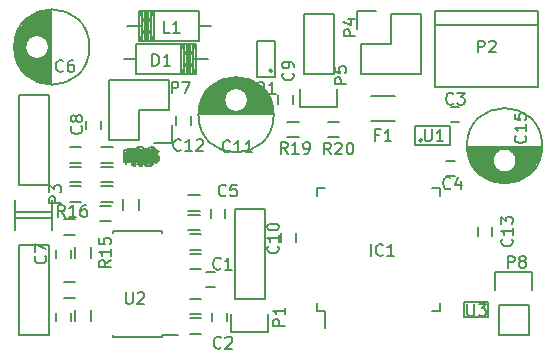
<source format=gbr>
G04 #@! TF.FileFunction,Legend,Top*
%FSLAX46Y46*%
G04 Gerber Fmt 4.6, Leading zero omitted, Abs format (unit mm)*
G04 Created by KiCad (PCBNEW (2015-08-05 BZR 6055, Git fa29c62)-product) date 24/12/2015 2:00:31 PM*
%MOMM*%
G01*
G04 APERTURE LIST*
%ADD10C,0.100000*%
%ADD11C,0.150000*%
G04 APERTURE END LIST*
D10*
D11*
X90836000Y-155991000D02*
X91536000Y-155991000D01*
X91536000Y-157191000D02*
X90836000Y-157191000D01*
X91348000Y-160116000D02*
X91348000Y-159416000D01*
X92548000Y-159416000D02*
X92548000Y-160116000D01*
X111537000Y-142021000D02*
X112237000Y-142021000D01*
X112237000Y-143221000D02*
X111537000Y-143221000D01*
X111856000Y-147793000D02*
X111156000Y-147793000D01*
X111156000Y-146593000D02*
X111856000Y-146593000D01*
X91221000Y-151353000D02*
X91221000Y-150653000D01*
X92421000Y-150653000D02*
X92421000Y-151353000D01*
X77669000Y-140055000D02*
X77669000Y-133757000D01*
X77529000Y-140049000D02*
X77529000Y-133763000D01*
X77389000Y-140036000D02*
X77389000Y-137352000D01*
X77389000Y-136460000D02*
X77389000Y-133776000D01*
X77249000Y-140017000D02*
X77249000Y-137562000D01*
X77249000Y-136250000D02*
X77249000Y-133795000D01*
X77109000Y-139991000D02*
X77109000Y-137695000D01*
X77109000Y-136117000D02*
X77109000Y-133821000D01*
X76969000Y-139959000D02*
X76969000Y-137786000D01*
X76969000Y-136026000D02*
X76969000Y-133853000D01*
X76829000Y-139920000D02*
X76829000Y-137848000D01*
X76829000Y-135964000D02*
X76829000Y-133892000D01*
X76689000Y-139874000D02*
X76689000Y-137887000D01*
X76689000Y-135925000D02*
X76689000Y-133938000D01*
X76549000Y-139821000D02*
X76549000Y-137904000D01*
X76549000Y-135908000D02*
X76549000Y-133991000D01*
X76409000Y-139759000D02*
X76409000Y-137902000D01*
X76409000Y-135910000D02*
X76409000Y-134053000D01*
X76269000Y-139689000D02*
X76269000Y-137880000D01*
X76269000Y-135932000D02*
X76269000Y-134123000D01*
X76129000Y-139610000D02*
X76129000Y-137837000D01*
X76129000Y-135975000D02*
X76129000Y-134202000D01*
X75989000Y-139522000D02*
X75989000Y-137769000D01*
X75989000Y-136043000D02*
X75989000Y-134290000D01*
X75849000Y-139422000D02*
X75849000Y-137670000D01*
X75849000Y-136142000D02*
X75849000Y-134390000D01*
X75709000Y-139310000D02*
X75709000Y-137525000D01*
X75709000Y-136287000D02*
X75709000Y-134502000D01*
X75569000Y-139185000D02*
X75569000Y-137286000D01*
X75569000Y-136526000D02*
X75569000Y-134627000D01*
X75429000Y-139042000D02*
X75429000Y-134770000D01*
X75289000Y-138880000D02*
X75289000Y-134932000D01*
X75149000Y-138692000D02*
X75149000Y-135120000D01*
X75009000Y-138469000D02*
X75009000Y-135343000D01*
X74869000Y-138193000D02*
X74869000Y-135619000D01*
X74729000Y-137818000D02*
X74729000Y-135994000D01*
X77494000Y-136906000D02*
G75*
G03X77494000Y-136906000I-1000000J0D01*
G01*
X80931500Y-136906000D02*
G75*
G03X80931500Y-136906000I-3187500J0D01*
G01*
X78140000Y-154782000D02*
X78140000Y-154082000D01*
X79340000Y-154082000D02*
X79340000Y-154782000D01*
X81880000Y-143160000D02*
X81880000Y-143860000D01*
X80680000Y-143860000D02*
X80680000Y-143160000D01*
X98136000Y-141001000D02*
X98136000Y-141701000D01*
X96936000Y-141701000D02*
X96936000Y-141001000D01*
X97190000Y-153385000D02*
X97190000Y-152685000D01*
X98390000Y-152685000D02*
X98390000Y-153385000D01*
X90196000Y-142566000D02*
X96494000Y-142566000D01*
X90202000Y-142426000D02*
X96488000Y-142426000D01*
X90215000Y-142286000D02*
X92899000Y-142286000D01*
X93791000Y-142286000D02*
X96475000Y-142286000D01*
X90234000Y-142146000D02*
X92689000Y-142146000D01*
X94001000Y-142146000D02*
X96456000Y-142146000D01*
X90260000Y-142006000D02*
X92556000Y-142006000D01*
X94134000Y-142006000D02*
X96430000Y-142006000D01*
X90292000Y-141866000D02*
X92465000Y-141866000D01*
X94225000Y-141866000D02*
X96398000Y-141866000D01*
X90331000Y-141726000D02*
X92403000Y-141726000D01*
X94287000Y-141726000D02*
X96359000Y-141726000D01*
X90377000Y-141586000D02*
X92364000Y-141586000D01*
X94326000Y-141586000D02*
X96313000Y-141586000D01*
X90430000Y-141446000D02*
X92347000Y-141446000D01*
X94343000Y-141446000D02*
X96260000Y-141446000D01*
X90492000Y-141306000D02*
X92349000Y-141306000D01*
X94341000Y-141306000D02*
X96198000Y-141306000D01*
X90562000Y-141166000D02*
X92371000Y-141166000D01*
X94319000Y-141166000D02*
X96128000Y-141166000D01*
X90641000Y-141026000D02*
X92414000Y-141026000D01*
X94276000Y-141026000D02*
X96049000Y-141026000D01*
X90729000Y-140886000D02*
X92482000Y-140886000D01*
X94208000Y-140886000D02*
X95961000Y-140886000D01*
X90829000Y-140746000D02*
X92581000Y-140746000D01*
X94109000Y-140746000D02*
X95861000Y-140746000D01*
X90941000Y-140606000D02*
X92726000Y-140606000D01*
X93964000Y-140606000D02*
X95749000Y-140606000D01*
X91066000Y-140466000D02*
X92965000Y-140466000D01*
X93725000Y-140466000D02*
X95624000Y-140466000D01*
X91209000Y-140326000D02*
X95481000Y-140326000D01*
X91371000Y-140186000D02*
X95319000Y-140186000D01*
X91559000Y-140046000D02*
X95131000Y-140046000D01*
X91782000Y-139906000D02*
X94908000Y-139906000D01*
X92058000Y-139766000D02*
X94632000Y-139766000D01*
X92433000Y-139626000D02*
X94257000Y-139626000D01*
X94345000Y-141391000D02*
G75*
G03X94345000Y-141391000I-1000000J0D01*
G01*
X96532500Y-142641000D02*
G75*
G03X96532500Y-142641000I-3187500J0D01*
G01*
X88300000Y-143479000D02*
X88300000Y-142779000D01*
X89500000Y-142779000D02*
X89500000Y-143479000D01*
X115027000Y-152177000D02*
X115027000Y-152877000D01*
X113827000Y-152877000D02*
X113827000Y-152177000D01*
X78140000Y-160116000D02*
X78140000Y-159416000D01*
X79340000Y-159416000D02*
X79340000Y-160116000D01*
X119227000Y-145343000D02*
X112929000Y-145343000D01*
X119221000Y-145483000D02*
X112935000Y-145483000D01*
X119208000Y-145623000D02*
X116524000Y-145623000D01*
X115632000Y-145623000D02*
X112948000Y-145623000D01*
X119189000Y-145763000D02*
X116734000Y-145763000D01*
X115422000Y-145763000D02*
X112967000Y-145763000D01*
X119163000Y-145903000D02*
X116867000Y-145903000D01*
X115289000Y-145903000D02*
X112993000Y-145903000D01*
X119131000Y-146043000D02*
X116958000Y-146043000D01*
X115198000Y-146043000D02*
X113025000Y-146043000D01*
X119092000Y-146183000D02*
X117020000Y-146183000D01*
X115136000Y-146183000D02*
X113064000Y-146183000D01*
X119046000Y-146323000D02*
X117059000Y-146323000D01*
X115097000Y-146323000D02*
X113110000Y-146323000D01*
X118993000Y-146463000D02*
X117076000Y-146463000D01*
X115080000Y-146463000D02*
X113163000Y-146463000D01*
X118931000Y-146603000D02*
X117074000Y-146603000D01*
X115082000Y-146603000D02*
X113225000Y-146603000D01*
X118861000Y-146743000D02*
X117052000Y-146743000D01*
X115104000Y-146743000D02*
X113295000Y-146743000D01*
X118782000Y-146883000D02*
X117009000Y-146883000D01*
X115147000Y-146883000D02*
X113374000Y-146883000D01*
X118694000Y-147023000D02*
X116941000Y-147023000D01*
X115215000Y-147023000D02*
X113462000Y-147023000D01*
X118594000Y-147163000D02*
X116842000Y-147163000D01*
X115314000Y-147163000D02*
X113562000Y-147163000D01*
X118482000Y-147303000D02*
X116697000Y-147303000D01*
X115459000Y-147303000D02*
X113674000Y-147303000D01*
X118357000Y-147443000D02*
X116458000Y-147443000D01*
X115698000Y-147443000D02*
X113799000Y-147443000D01*
X118214000Y-147583000D02*
X113942000Y-147583000D01*
X118052000Y-147723000D02*
X114104000Y-147723000D01*
X117864000Y-147863000D02*
X114292000Y-147863000D01*
X117641000Y-148003000D02*
X114515000Y-148003000D01*
X117365000Y-148143000D02*
X114791000Y-148143000D01*
X116990000Y-148283000D02*
X115166000Y-148283000D01*
X117078000Y-146518000D02*
G75*
G03X117078000Y-146518000I-1000000J0D01*
G01*
X119265500Y-145268000D02*
G75*
G03X119265500Y-145268000I-3187500J0D01*
G01*
X90170000Y-135125460D02*
X91186000Y-135125460D01*
X85344000Y-135125460D02*
X84074000Y-135125460D01*
X85598000Y-133855460D02*
X85598000Y-136395460D01*
X85852000Y-133855460D02*
X85852000Y-136395460D01*
X86106000Y-133855460D02*
X86106000Y-136395460D01*
X85344000Y-133855460D02*
X85344000Y-136395460D01*
X86360000Y-133855460D02*
X85090000Y-136395460D01*
X85090000Y-133855460D02*
X86360000Y-136395460D01*
X86360000Y-133855460D02*
X86360000Y-136395460D01*
X85725000Y-133855460D02*
X85725000Y-136395460D01*
X85090000Y-136395460D02*
X85090000Y-133855460D01*
X85090000Y-133855460D02*
X90170000Y-133855460D01*
X90170000Y-133855460D02*
X90170000Y-136395460D01*
X90170000Y-136395460D02*
X85090000Y-136395460D01*
X104791000Y-143138000D02*
X106791000Y-143138000D01*
X106791000Y-141088000D02*
X104791000Y-141088000D01*
X100235000Y-159226000D02*
X100905000Y-159226000D01*
X100235000Y-148876000D02*
X100905000Y-148876000D01*
X110585000Y-148876000D02*
X109915000Y-148876000D01*
X110585000Y-159226000D02*
X109915000Y-159226000D01*
X100235000Y-159226000D02*
X100235000Y-158556000D01*
X110585000Y-159226000D02*
X110585000Y-158556000D01*
X110585000Y-148876000D02*
X110585000Y-149546000D01*
X100235000Y-148876000D02*
X100235000Y-149546000D01*
X100905000Y-159226000D02*
X100905000Y-160701000D01*
X84836000Y-137924540D02*
X83820000Y-137924540D01*
X89662000Y-137924540D02*
X90932000Y-137924540D01*
X89408000Y-139194540D02*
X89408000Y-136654540D01*
X89154000Y-139194540D02*
X89154000Y-136654540D01*
X88900000Y-139194540D02*
X88900000Y-136654540D01*
X89662000Y-139194540D02*
X89662000Y-136654540D01*
X88646000Y-139194540D02*
X89916000Y-136654540D01*
X89916000Y-139194540D02*
X88646000Y-136654540D01*
X88646000Y-139194540D02*
X88646000Y-136654540D01*
X89281000Y-139194540D02*
X89281000Y-136654540D01*
X89916000Y-136654540D02*
X89916000Y-139194540D01*
X89916000Y-139194540D02*
X84836000Y-139194540D01*
X84836000Y-139194540D02*
X84836000Y-136654540D01*
X84836000Y-136654540D02*
X89916000Y-136654540D01*
X95758000Y-158242000D02*
X95758000Y-150622000D01*
X93218000Y-158242000D02*
X93218000Y-150622000D01*
X92938000Y-161062000D02*
X92938000Y-159512000D01*
X95758000Y-150622000D02*
X93218000Y-150622000D01*
X93218000Y-158242000D02*
X95758000Y-158242000D01*
X96038000Y-159512000D02*
X96038000Y-161062000D01*
X96038000Y-161062000D02*
X92938000Y-161062000D01*
X118904900Y-133850540D02*
X110204900Y-133850540D01*
X118904900Y-140255540D02*
X110204900Y-140255540D01*
X110204900Y-140255540D02*
X110204900Y-133850540D01*
X110204900Y-135080540D02*
X118904900Y-135080540D01*
X118904900Y-133850540D02*
X118904900Y-140255540D01*
X77470000Y-148590000D02*
X77470000Y-140970000D01*
X74930000Y-148590000D02*
X74930000Y-140970000D01*
X74650000Y-151410000D02*
X74650000Y-149860000D01*
X77470000Y-140970000D02*
X74930000Y-140970000D01*
X74930000Y-148590000D02*
X77470000Y-148590000D01*
X77750000Y-149860000D02*
X77750000Y-151410000D01*
X77750000Y-151410000D02*
X74650000Y-151410000D01*
X103606000Y-135382000D02*
X103606000Y-133832000D01*
X105156000Y-133832000D02*
X103606000Y-133832000D01*
X103886000Y-136652000D02*
X106426000Y-136652000D01*
X106426000Y-136652000D02*
X106426000Y-134112000D01*
X106426000Y-134112000D02*
X108966000Y-134112000D01*
X108966000Y-134112000D02*
X108966000Y-139192000D01*
X108966000Y-139192000D02*
X103886000Y-139192000D01*
X103886000Y-139192000D02*
X103886000Y-136652000D01*
X101600000Y-139192000D02*
X101600000Y-134112000D01*
X101600000Y-134112000D02*
X99060000Y-134112000D01*
X99060000Y-134112000D02*
X99060000Y-139192000D01*
X98780000Y-142012000D02*
X98780000Y-140462000D01*
X99060000Y-139192000D02*
X101600000Y-139192000D01*
X101880000Y-140462000D02*
X101880000Y-142012000D01*
X101880000Y-142012000D02*
X98780000Y-142012000D01*
X74930000Y-153670000D02*
X74930000Y-161290000D01*
X77470000Y-153670000D02*
X77470000Y-161290000D01*
X77750000Y-150850000D02*
X77750000Y-152400000D01*
X74930000Y-161290000D02*
X77470000Y-161290000D01*
X77470000Y-153670000D02*
X74930000Y-153670000D01*
X74650000Y-152400000D02*
X74650000Y-150850000D01*
X74650000Y-150850000D02*
X77750000Y-150850000D01*
X87910000Y-143510000D02*
X87910000Y-145060000D01*
X86360000Y-145060000D02*
X87910000Y-145060000D01*
X87630000Y-142240000D02*
X85090000Y-142240000D01*
X85090000Y-142240000D02*
X85090000Y-144780000D01*
X85090000Y-144780000D02*
X82550000Y-144780000D01*
X82550000Y-144780000D02*
X82550000Y-139700000D01*
X82550000Y-139700000D02*
X87630000Y-139700000D01*
X87630000Y-139700000D02*
X87630000Y-142240000D01*
X118110000Y-158750000D02*
X118110000Y-161290000D01*
X118390000Y-155930000D02*
X118390000Y-157480000D01*
X118110000Y-158750000D02*
X115570000Y-158750000D01*
X115290000Y-157480000D02*
X115290000Y-155930000D01*
X115290000Y-155930000D02*
X118390000Y-155930000D01*
X115570000Y-158750000D02*
X115570000Y-161290000D01*
X115570000Y-161290000D02*
X118110000Y-161290000D01*
X96426421Y-138922000D02*
G75*
G03X96426421Y-138922000I-141421J0D01*
G01*
X96685000Y-136422000D02*
X95085000Y-136422000D01*
X95085000Y-136422000D02*
X95085000Y-139422000D01*
X95085000Y-139422000D02*
X96685000Y-139422000D01*
X96685000Y-139422000D02*
X96685000Y-136422000D01*
X90416000Y-155742000D02*
X89416000Y-155742000D01*
X89416000Y-154392000D02*
X90416000Y-154392000D01*
X90416000Y-161203000D02*
X89416000Y-161203000D01*
X89416000Y-159853000D02*
X90416000Y-159853000D01*
X90416000Y-154091000D02*
X89416000Y-154091000D01*
X89416000Y-152741000D02*
X90416000Y-152741000D01*
X89416000Y-158202000D02*
X90416000Y-158202000D01*
X90416000Y-159552000D02*
X89416000Y-159552000D01*
X89289000Y-151090000D02*
X90289000Y-151090000D01*
X90289000Y-152440000D02*
X89289000Y-152440000D01*
X89289000Y-149439000D02*
X90289000Y-149439000D01*
X90289000Y-150789000D02*
X89289000Y-150789000D01*
X79256000Y-145375000D02*
X80256000Y-145375000D01*
X80256000Y-146725000D02*
X79256000Y-146725000D01*
X79256000Y-147026000D02*
X80256000Y-147026000D01*
X80256000Y-148376000D02*
X79256000Y-148376000D01*
X79256000Y-148677000D02*
X80256000Y-148677000D01*
X80256000Y-150027000D02*
X79256000Y-150027000D01*
X81796000Y-150328000D02*
X82796000Y-150328000D01*
X82796000Y-151678000D02*
X81796000Y-151678000D01*
X81923000Y-145375000D02*
X82923000Y-145375000D01*
X82923000Y-146725000D02*
X81923000Y-146725000D01*
X81923000Y-147026000D02*
X82923000Y-147026000D01*
X82923000Y-148376000D02*
X81923000Y-148376000D01*
X81923000Y-148677000D02*
X82923000Y-148677000D01*
X82923000Y-150027000D02*
X81923000Y-150027000D01*
X83780000Y-150741000D02*
X83780000Y-149741000D01*
X85130000Y-149741000D02*
X85130000Y-150741000D01*
X79716000Y-154805000D02*
X79716000Y-153805000D01*
X81066000Y-153805000D02*
X81066000Y-154805000D01*
X79748000Y-152821000D02*
X78748000Y-152821000D01*
X78748000Y-151471000D02*
X79748000Y-151471000D01*
X79716000Y-160139000D02*
X79716000Y-159139000D01*
X81066000Y-159139000D02*
X81066000Y-160139000D01*
X79748000Y-158155000D02*
X78748000Y-158155000D01*
X78748000Y-156805000D02*
X79748000Y-156805000D01*
X98671000Y-144566000D02*
X97671000Y-144566000D01*
X97671000Y-143216000D02*
X98671000Y-143216000D01*
X102100000Y-144566000D02*
X101100000Y-144566000D01*
X101100000Y-143216000D02*
X102100000Y-143216000D01*
X109123421Y-144799000D02*
G75*
G03X109123421Y-144799000I-141421J0D01*
G01*
X111482000Y-145199000D02*
X111482000Y-143599000D01*
X111482000Y-143599000D02*
X108482000Y-143599000D01*
X108482000Y-143599000D02*
X108482000Y-145199000D01*
X108482000Y-145199000D02*
X111482000Y-145199000D01*
X87038000Y-161422000D02*
X87038000Y-161307000D01*
X82888000Y-161422000D02*
X82888000Y-161307000D01*
X82888000Y-152522000D02*
X82888000Y-152637000D01*
X87038000Y-152522000D02*
X87038000Y-152637000D01*
X87038000Y-161422000D02*
X82888000Y-161422000D01*
X87038000Y-152522000D02*
X82888000Y-152522000D01*
X87038000Y-161307000D02*
X88413000Y-161307000D01*
X114681000Y-158496000D02*
X112649000Y-158496000D01*
X112649000Y-158496000D02*
X112649000Y-159766000D01*
X112649000Y-159766000D02*
X114681000Y-159766000D01*
X114681000Y-159766000D02*
X114681000Y-158496000D01*
X92035334Y-155652743D02*
X91987715Y-155700362D01*
X91844858Y-155747981D01*
X91749620Y-155747981D01*
X91606762Y-155700362D01*
X91511524Y-155605124D01*
X91463905Y-155509886D01*
X91416286Y-155319410D01*
X91416286Y-155176552D01*
X91463905Y-154986076D01*
X91511524Y-154890838D01*
X91606762Y-154795600D01*
X91749620Y-154747981D01*
X91844858Y-154747981D01*
X91987715Y-154795600D01*
X92035334Y-154843219D01*
X92987715Y-155747981D02*
X92416286Y-155747981D01*
X92702000Y-155747981D02*
X92702000Y-154747981D01*
X92606762Y-154890838D01*
X92511524Y-154986076D01*
X92416286Y-155033695D01*
X92065814Y-162343103D02*
X92018195Y-162390722D01*
X91875338Y-162438341D01*
X91780100Y-162438341D01*
X91637242Y-162390722D01*
X91542004Y-162295484D01*
X91494385Y-162200246D01*
X91446766Y-162009770D01*
X91446766Y-161866912D01*
X91494385Y-161676436D01*
X91542004Y-161581198D01*
X91637242Y-161485960D01*
X91780100Y-161438341D01*
X91875338Y-161438341D01*
X92018195Y-161485960D01*
X92065814Y-161533579D01*
X92446766Y-161533579D02*
X92494385Y-161485960D01*
X92589623Y-161438341D01*
X92827719Y-161438341D01*
X92922957Y-161485960D01*
X92970576Y-161533579D01*
X93018195Y-161628817D01*
X93018195Y-161724055D01*
X92970576Y-161866912D01*
X92399147Y-162438341D01*
X93018195Y-162438341D01*
X111745734Y-141682743D02*
X111698115Y-141730362D01*
X111555258Y-141777981D01*
X111460020Y-141777981D01*
X111317162Y-141730362D01*
X111221924Y-141635124D01*
X111174305Y-141539886D01*
X111126686Y-141349410D01*
X111126686Y-141206552D01*
X111174305Y-141016076D01*
X111221924Y-140920838D01*
X111317162Y-140825600D01*
X111460020Y-140777981D01*
X111555258Y-140777981D01*
X111698115Y-140825600D01*
X111745734Y-140873219D01*
X112079067Y-140777981D02*
X112698115Y-140777981D01*
X112364781Y-141158933D01*
X112507639Y-141158933D01*
X112602877Y-141206552D01*
X112650496Y-141254171D01*
X112698115Y-141349410D01*
X112698115Y-141587505D01*
X112650496Y-141682743D01*
X112602877Y-141730362D01*
X112507639Y-141777981D01*
X112221924Y-141777981D01*
X112126686Y-141730362D01*
X112079067Y-141682743D01*
X111491734Y-148845543D02*
X111444115Y-148893162D01*
X111301258Y-148940781D01*
X111206020Y-148940781D01*
X111063162Y-148893162D01*
X110967924Y-148797924D01*
X110920305Y-148702686D01*
X110872686Y-148512210D01*
X110872686Y-148369352D01*
X110920305Y-148178876D01*
X110967924Y-148083638D01*
X111063162Y-147988400D01*
X111206020Y-147940781D01*
X111301258Y-147940781D01*
X111444115Y-147988400D01*
X111491734Y-148036019D01*
X112348877Y-148274114D02*
X112348877Y-148940781D01*
X112110781Y-147893162D02*
X111872686Y-148607448D01*
X112491734Y-148607448D01*
X92492534Y-149455143D02*
X92444915Y-149502762D01*
X92302058Y-149550381D01*
X92206820Y-149550381D01*
X92063962Y-149502762D01*
X91968724Y-149407524D01*
X91921105Y-149312286D01*
X91873486Y-149121810D01*
X91873486Y-148978952D01*
X91921105Y-148788476D01*
X91968724Y-148693238D01*
X92063962Y-148598000D01*
X92206820Y-148550381D01*
X92302058Y-148550381D01*
X92444915Y-148598000D01*
X92492534Y-148645619D01*
X93397296Y-148550381D02*
X92921105Y-148550381D01*
X92873486Y-149026571D01*
X92921105Y-148978952D01*
X93016343Y-148931333D01*
X93254439Y-148931333D01*
X93349677Y-148978952D01*
X93397296Y-149026571D01*
X93444915Y-149121810D01*
X93444915Y-149359905D01*
X93397296Y-149455143D01*
X93349677Y-149502762D01*
X93254439Y-149550381D01*
X93016343Y-149550381D01*
X92921105Y-149502762D01*
X92873486Y-149455143D01*
X78700334Y-138914143D02*
X78652715Y-138961762D01*
X78509858Y-139009381D01*
X78414620Y-139009381D01*
X78271762Y-138961762D01*
X78176524Y-138866524D01*
X78128905Y-138771286D01*
X78081286Y-138580810D01*
X78081286Y-138437952D01*
X78128905Y-138247476D01*
X78176524Y-138152238D01*
X78271762Y-138057000D01*
X78414620Y-138009381D01*
X78509858Y-138009381D01*
X78652715Y-138057000D01*
X78700334Y-138104619D01*
X79557477Y-138009381D02*
X79367000Y-138009381D01*
X79271762Y-138057000D01*
X79224143Y-138104619D01*
X79128905Y-138247476D01*
X79081286Y-138437952D01*
X79081286Y-138818905D01*
X79128905Y-138914143D01*
X79176524Y-138961762D01*
X79271762Y-139009381D01*
X79462239Y-139009381D01*
X79557477Y-138961762D01*
X79605096Y-138914143D01*
X79652715Y-138818905D01*
X79652715Y-138580810D01*
X79605096Y-138485571D01*
X79557477Y-138437952D01*
X79462239Y-138390333D01*
X79271762Y-138390333D01*
X79176524Y-138437952D01*
X79128905Y-138485571D01*
X79081286Y-138580810D01*
X77197143Y-154598666D02*
X77244762Y-154646285D01*
X77292381Y-154789142D01*
X77292381Y-154884380D01*
X77244762Y-155027238D01*
X77149524Y-155122476D01*
X77054286Y-155170095D01*
X76863810Y-155217714D01*
X76720952Y-155217714D01*
X76530476Y-155170095D01*
X76435238Y-155122476D01*
X76340000Y-155027238D01*
X76292381Y-154884380D01*
X76292381Y-154789142D01*
X76340000Y-154646285D01*
X76387619Y-154598666D01*
X76292381Y-154265333D02*
X76292381Y-153598666D01*
X77292381Y-154027238D01*
X80240143Y-143625866D02*
X80287762Y-143673485D01*
X80335381Y-143816342D01*
X80335381Y-143911580D01*
X80287762Y-144054438D01*
X80192524Y-144149676D01*
X80097286Y-144197295D01*
X79906810Y-144244914D01*
X79763952Y-144244914D01*
X79573476Y-144197295D01*
X79478238Y-144149676D01*
X79383000Y-144054438D01*
X79335381Y-143911580D01*
X79335381Y-143816342D01*
X79383000Y-143673485D01*
X79430619Y-143625866D01*
X79763952Y-143054438D02*
X79716333Y-143149676D01*
X79668714Y-143197295D01*
X79573476Y-143244914D01*
X79525857Y-143244914D01*
X79430619Y-143197295D01*
X79383000Y-143149676D01*
X79335381Y-143054438D01*
X79335381Y-142863961D01*
X79383000Y-142768723D01*
X79430619Y-142721104D01*
X79525857Y-142673485D01*
X79573476Y-142673485D01*
X79668714Y-142721104D01*
X79716333Y-142768723D01*
X79763952Y-142863961D01*
X79763952Y-143054438D01*
X79811571Y-143149676D01*
X79859190Y-143197295D01*
X79954429Y-143244914D01*
X80144905Y-143244914D01*
X80240143Y-143197295D01*
X80287762Y-143149676D01*
X80335381Y-143054438D01*
X80335381Y-142863961D01*
X80287762Y-142768723D01*
X80240143Y-142721104D01*
X80144905Y-142673485D01*
X79954429Y-142673485D01*
X79859190Y-142721104D01*
X79811571Y-142768723D01*
X79763952Y-142863961D01*
X98147143Y-139104666D02*
X98194762Y-139152285D01*
X98242381Y-139295142D01*
X98242381Y-139390380D01*
X98194762Y-139533238D01*
X98099524Y-139628476D01*
X98004286Y-139676095D01*
X97813810Y-139723714D01*
X97670952Y-139723714D01*
X97480476Y-139676095D01*
X97385238Y-139628476D01*
X97290000Y-139533238D01*
X97242381Y-139390380D01*
X97242381Y-139295142D01*
X97290000Y-139152285D01*
X97337619Y-139104666D01*
X98242381Y-138628476D02*
X98242381Y-138438000D01*
X98194762Y-138342761D01*
X98147143Y-138295142D01*
X98004286Y-138199904D01*
X97813810Y-138152285D01*
X97432857Y-138152285D01*
X97337619Y-138199904D01*
X97290000Y-138247523D01*
X97242381Y-138342761D01*
X97242381Y-138533238D01*
X97290000Y-138628476D01*
X97337619Y-138676095D01*
X97432857Y-138723714D01*
X97670952Y-138723714D01*
X97766190Y-138676095D01*
X97813810Y-138628476D01*
X97861429Y-138533238D01*
X97861429Y-138342761D01*
X97813810Y-138247523D01*
X97766190Y-138199904D01*
X97670952Y-138152285D01*
X96877143Y-153754057D02*
X96924762Y-153801676D01*
X96972381Y-153944533D01*
X96972381Y-154039771D01*
X96924762Y-154182629D01*
X96829524Y-154277867D01*
X96734286Y-154325486D01*
X96543810Y-154373105D01*
X96400952Y-154373105D01*
X96210476Y-154325486D01*
X96115238Y-154277867D01*
X96020000Y-154182629D01*
X95972381Y-154039771D01*
X95972381Y-153944533D01*
X96020000Y-153801676D01*
X96067619Y-153754057D01*
X96972381Y-152801676D02*
X96972381Y-153373105D01*
X96972381Y-153087391D02*
X95972381Y-153087391D01*
X96115238Y-153182629D01*
X96210476Y-153277867D01*
X96258095Y-153373105D01*
X95972381Y-152182629D02*
X95972381Y-152087390D01*
X96020000Y-151992152D01*
X96067619Y-151944533D01*
X96162857Y-151896914D01*
X96353333Y-151849295D01*
X96591429Y-151849295D01*
X96781905Y-151896914D01*
X96877143Y-151944533D01*
X96924762Y-151992152D01*
X96972381Y-152087390D01*
X96972381Y-152182629D01*
X96924762Y-152277867D01*
X96877143Y-152325486D01*
X96781905Y-152373105D01*
X96591429Y-152420724D01*
X96353333Y-152420724D01*
X96162857Y-152373105D01*
X96067619Y-152325486D01*
X96020000Y-152277867D01*
X95972381Y-152182629D01*
X92829143Y-145721343D02*
X92781524Y-145768962D01*
X92638667Y-145816581D01*
X92543429Y-145816581D01*
X92400571Y-145768962D01*
X92305333Y-145673724D01*
X92257714Y-145578486D01*
X92210095Y-145388010D01*
X92210095Y-145245152D01*
X92257714Y-145054676D01*
X92305333Y-144959438D01*
X92400571Y-144864200D01*
X92543429Y-144816581D01*
X92638667Y-144816581D01*
X92781524Y-144864200D01*
X92829143Y-144911819D01*
X93781524Y-145816581D02*
X93210095Y-145816581D01*
X93495809Y-145816581D02*
X93495809Y-144816581D01*
X93400571Y-144959438D01*
X93305333Y-145054676D01*
X93210095Y-145102295D01*
X94733905Y-145816581D02*
X94162476Y-145816581D01*
X94448190Y-145816581D02*
X94448190Y-144816581D01*
X94352952Y-144959438D01*
X94257714Y-145054676D01*
X94162476Y-145102295D01*
X88663543Y-145594343D02*
X88615924Y-145641962D01*
X88473067Y-145689581D01*
X88377829Y-145689581D01*
X88234971Y-145641962D01*
X88139733Y-145546724D01*
X88092114Y-145451486D01*
X88044495Y-145261010D01*
X88044495Y-145118152D01*
X88092114Y-144927676D01*
X88139733Y-144832438D01*
X88234971Y-144737200D01*
X88377829Y-144689581D01*
X88473067Y-144689581D01*
X88615924Y-144737200D01*
X88663543Y-144784819D01*
X89615924Y-145689581D02*
X89044495Y-145689581D01*
X89330209Y-145689581D02*
X89330209Y-144689581D01*
X89234971Y-144832438D01*
X89139733Y-144927676D01*
X89044495Y-144975295D01*
X89996876Y-144784819D02*
X90044495Y-144737200D01*
X90139733Y-144689581D01*
X90377829Y-144689581D01*
X90473067Y-144737200D01*
X90520686Y-144784819D01*
X90568305Y-144880057D01*
X90568305Y-144975295D01*
X90520686Y-145118152D01*
X89949257Y-145689581D01*
X90568305Y-145689581D01*
X116684143Y-153169857D02*
X116731762Y-153217476D01*
X116779381Y-153360333D01*
X116779381Y-153455571D01*
X116731762Y-153598429D01*
X116636524Y-153693667D01*
X116541286Y-153741286D01*
X116350810Y-153788905D01*
X116207952Y-153788905D01*
X116017476Y-153741286D01*
X115922238Y-153693667D01*
X115827000Y-153598429D01*
X115779381Y-153455571D01*
X115779381Y-153360333D01*
X115827000Y-153217476D01*
X115874619Y-153169857D01*
X116779381Y-152217476D02*
X116779381Y-152788905D01*
X116779381Y-152503191D02*
X115779381Y-152503191D01*
X115922238Y-152598429D01*
X116017476Y-152693667D01*
X116065095Y-152788905D01*
X115779381Y-151884143D02*
X115779381Y-151265095D01*
X116160333Y-151598429D01*
X116160333Y-151455571D01*
X116207952Y-151360333D01*
X116255571Y-151312714D01*
X116350810Y-151265095D01*
X116588905Y-151265095D01*
X116684143Y-151312714D01*
X116731762Y-151360333D01*
X116779381Y-151455571D01*
X116779381Y-151741286D01*
X116731762Y-151836524D01*
X116684143Y-151884143D01*
X84828143Y-146508743D02*
X84780524Y-146556362D01*
X84637667Y-146603981D01*
X84542429Y-146603981D01*
X84399571Y-146556362D01*
X84304333Y-146461124D01*
X84256714Y-146365886D01*
X84209095Y-146175410D01*
X84209095Y-146032552D01*
X84256714Y-145842076D01*
X84304333Y-145746838D01*
X84399571Y-145651600D01*
X84542429Y-145603981D01*
X84637667Y-145603981D01*
X84780524Y-145651600D01*
X84828143Y-145699219D01*
X85780524Y-146603981D02*
X85209095Y-146603981D01*
X85494809Y-146603981D02*
X85494809Y-145603981D01*
X85399571Y-145746838D01*
X85304333Y-145842076D01*
X85209095Y-145889695D01*
X86637667Y-145937314D02*
X86637667Y-146603981D01*
X86399571Y-145556362D02*
X86161476Y-146270648D01*
X86780524Y-146270648D01*
X117832143Y-144406857D02*
X117879762Y-144454476D01*
X117927381Y-144597333D01*
X117927381Y-144692571D01*
X117879762Y-144835429D01*
X117784524Y-144930667D01*
X117689286Y-144978286D01*
X117498810Y-145025905D01*
X117355952Y-145025905D01*
X117165476Y-144978286D01*
X117070238Y-144930667D01*
X116975000Y-144835429D01*
X116927381Y-144692571D01*
X116927381Y-144597333D01*
X116975000Y-144454476D01*
X117022619Y-144406857D01*
X117927381Y-143454476D02*
X117927381Y-144025905D01*
X117927381Y-143740191D02*
X116927381Y-143740191D01*
X117070238Y-143835429D01*
X117165476Y-143930667D01*
X117213095Y-144025905D01*
X116927381Y-142549714D02*
X116927381Y-143025905D01*
X117403571Y-143073524D01*
X117355952Y-143025905D01*
X117308333Y-142930667D01*
X117308333Y-142692571D01*
X117355952Y-142597333D01*
X117403571Y-142549714D01*
X117498810Y-142502095D01*
X117736905Y-142502095D01*
X117832143Y-142549714D01*
X117879762Y-142597333D01*
X117927381Y-142692571D01*
X117927381Y-142930667D01*
X117879762Y-143025905D01*
X117832143Y-143073524D01*
X86256905Y-138501381D02*
X86256905Y-137501381D01*
X86495000Y-137501381D01*
X86637858Y-137549000D01*
X86733096Y-137644238D01*
X86780715Y-137739476D01*
X86828334Y-137929952D01*
X86828334Y-138072810D01*
X86780715Y-138263286D01*
X86733096Y-138358524D01*
X86637858Y-138453762D01*
X86495000Y-138501381D01*
X86256905Y-138501381D01*
X87780715Y-138501381D02*
X87209286Y-138501381D01*
X87495000Y-138501381D02*
X87495000Y-137501381D01*
X87399762Y-137644238D01*
X87304524Y-137739476D01*
X87209286Y-137787095D01*
X105457667Y-144341571D02*
X105124333Y-144341571D01*
X105124333Y-144865381D02*
X105124333Y-143865381D01*
X105600524Y-143865381D01*
X106505286Y-144865381D02*
X105933857Y-144865381D01*
X106219571Y-144865381D02*
X106219571Y-143865381D01*
X106124333Y-144008238D01*
X106029095Y-144103476D01*
X105933857Y-144151095D01*
X104738610Y-154579581D02*
X104738610Y-153579581D01*
X105786229Y-154484343D02*
X105738610Y-154531962D01*
X105595753Y-154579581D01*
X105500515Y-154579581D01*
X105357657Y-154531962D01*
X105262419Y-154436724D01*
X105214800Y-154341486D01*
X105167181Y-154151010D01*
X105167181Y-154008152D01*
X105214800Y-153817676D01*
X105262419Y-153722438D01*
X105357657Y-153627200D01*
X105500515Y-153579581D01*
X105595753Y-153579581D01*
X105738610Y-153627200D01*
X105786229Y-153674819D01*
X106738610Y-154579581D02*
X106167181Y-154579581D01*
X106452895Y-154579581D02*
X106452895Y-153579581D01*
X106357657Y-153722438D01*
X106262419Y-153817676D01*
X106167181Y-153865295D01*
X87717334Y-135707381D02*
X87241143Y-135707381D01*
X87241143Y-134707381D01*
X88574477Y-135707381D02*
X88003048Y-135707381D01*
X88288762Y-135707381D02*
X88288762Y-134707381D01*
X88193524Y-134850238D01*
X88098286Y-134945476D01*
X88003048Y-134993095D01*
X97480381Y-160504095D02*
X96480381Y-160504095D01*
X96480381Y-160123142D01*
X96528000Y-160027904D01*
X96575619Y-159980285D01*
X96670857Y-159932666D01*
X96813714Y-159932666D01*
X96908952Y-159980285D01*
X96956571Y-160027904D01*
X97004190Y-160123142D01*
X97004190Y-160504095D01*
X97480381Y-158980285D02*
X97480381Y-159551714D01*
X97480381Y-159266000D02*
X96480381Y-159266000D01*
X96623238Y-159361238D01*
X96718476Y-159456476D01*
X96766095Y-159551714D01*
X113815905Y-137358381D02*
X113815905Y-136358381D01*
X114196858Y-136358381D01*
X114292096Y-136406000D01*
X114339715Y-136453619D01*
X114387334Y-136548857D01*
X114387334Y-136691714D01*
X114339715Y-136786952D01*
X114292096Y-136834571D01*
X114196858Y-136882190D01*
X113815905Y-136882190D01*
X114768286Y-136453619D02*
X114815905Y-136406000D01*
X114911143Y-136358381D01*
X115149239Y-136358381D01*
X115244477Y-136406000D01*
X115292096Y-136453619D01*
X115339715Y-136548857D01*
X115339715Y-136644095D01*
X115292096Y-136786952D01*
X114720667Y-137358381D01*
X115339715Y-137358381D01*
X78531981Y-150115495D02*
X77531981Y-150115495D01*
X77531981Y-149734542D01*
X77579600Y-149639304D01*
X77627219Y-149591685D01*
X77722457Y-149544066D01*
X77865314Y-149544066D01*
X77960552Y-149591685D01*
X78008171Y-149639304D01*
X78055790Y-149734542D01*
X78055790Y-150115495D01*
X77531981Y-149210733D02*
X77531981Y-148591685D01*
X77912933Y-148925019D01*
X77912933Y-148782161D01*
X77960552Y-148686923D01*
X78008171Y-148639304D01*
X78103410Y-148591685D01*
X78341505Y-148591685D01*
X78436743Y-148639304D01*
X78484362Y-148686923D01*
X78531981Y-148782161D01*
X78531981Y-149067876D01*
X78484362Y-149163114D01*
X78436743Y-149210733D01*
X103449381Y-135993095D02*
X102449381Y-135993095D01*
X102449381Y-135612142D01*
X102497000Y-135516904D01*
X102544619Y-135469285D01*
X102639857Y-135421666D01*
X102782714Y-135421666D01*
X102877952Y-135469285D01*
X102925571Y-135516904D01*
X102973190Y-135612142D01*
X102973190Y-135993095D01*
X102782714Y-134564523D02*
X103449381Y-134564523D01*
X102401762Y-134802619D02*
X103116048Y-135040714D01*
X103116048Y-134421666D01*
X102687381Y-140057095D02*
X101687381Y-140057095D01*
X101687381Y-139676142D01*
X101735000Y-139580904D01*
X101782619Y-139533285D01*
X101877857Y-139485666D01*
X102020714Y-139485666D01*
X102115952Y-139533285D01*
X102163571Y-139580904D01*
X102211190Y-139676142D01*
X102211190Y-140057095D01*
X101687381Y-138580904D02*
X101687381Y-139057095D01*
X102163571Y-139104714D01*
X102115952Y-139057095D01*
X102068333Y-138961857D01*
X102068333Y-138723761D01*
X102115952Y-138628523D01*
X102163571Y-138580904D01*
X102258810Y-138533285D01*
X102496905Y-138533285D01*
X102592143Y-138580904D01*
X102639762Y-138628523D01*
X102687381Y-138723761D01*
X102687381Y-138961857D01*
X102639762Y-139057095D01*
X102592143Y-139104714D01*
X84529705Y-146680181D02*
X84529705Y-145680181D01*
X84910658Y-145680181D01*
X85005896Y-145727800D01*
X85053515Y-145775419D01*
X85101134Y-145870657D01*
X85101134Y-146013514D01*
X85053515Y-146108752D01*
X85005896Y-146156371D01*
X84910658Y-146203990D01*
X84529705Y-146203990D01*
X85958277Y-145680181D02*
X85767800Y-145680181D01*
X85672562Y-145727800D01*
X85624943Y-145775419D01*
X85529705Y-145918276D01*
X85482086Y-146108752D01*
X85482086Y-146489705D01*
X85529705Y-146584943D01*
X85577324Y-146632562D01*
X85672562Y-146680181D01*
X85863039Y-146680181D01*
X85958277Y-146632562D01*
X86005896Y-146584943D01*
X86053515Y-146489705D01*
X86053515Y-146251610D01*
X86005896Y-146156371D01*
X85958277Y-146108752D01*
X85863039Y-146061133D01*
X85672562Y-146061133D01*
X85577324Y-146108752D01*
X85529705Y-146156371D01*
X85482086Y-146251610D01*
X87882505Y-140838181D02*
X87882505Y-139838181D01*
X88263458Y-139838181D01*
X88358696Y-139885800D01*
X88406315Y-139933419D01*
X88453934Y-140028657D01*
X88453934Y-140171514D01*
X88406315Y-140266752D01*
X88358696Y-140314371D01*
X88263458Y-140361990D01*
X87882505Y-140361990D01*
X88787267Y-139838181D02*
X89453934Y-139838181D01*
X89025362Y-140838181D01*
X116355905Y-155595581D02*
X116355905Y-154595581D01*
X116736858Y-154595581D01*
X116832096Y-154643200D01*
X116879715Y-154690819D01*
X116927334Y-154786057D01*
X116927334Y-154928914D01*
X116879715Y-155024152D01*
X116832096Y-155071771D01*
X116736858Y-155119390D01*
X116355905Y-155119390D01*
X117498762Y-155024152D02*
X117403524Y-154976533D01*
X117355905Y-154928914D01*
X117308286Y-154833676D01*
X117308286Y-154786057D01*
X117355905Y-154690819D01*
X117403524Y-154643200D01*
X117498762Y-154595581D01*
X117689239Y-154595581D01*
X117784477Y-154643200D01*
X117832096Y-154690819D01*
X117879715Y-154786057D01*
X117879715Y-154833676D01*
X117832096Y-154928914D01*
X117784477Y-154976533D01*
X117689239Y-155024152D01*
X117498762Y-155024152D01*
X117403524Y-155071771D01*
X117355905Y-155119390D01*
X117308286Y-155214629D01*
X117308286Y-155405105D01*
X117355905Y-155500343D01*
X117403524Y-155547962D01*
X117498762Y-155595581D01*
X117689239Y-155595581D01*
X117784477Y-155547962D01*
X117832096Y-155500343D01*
X117879715Y-155405105D01*
X117879715Y-155214629D01*
X117832096Y-155119390D01*
X117784477Y-155071771D01*
X117689239Y-155024152D01*
X95789762Y-140969619D02*
X95694524Y-140922000D01*
X95599286Y-140826762D01*
X95456429Y-140683905D01*
X95361190Y-140636286D01*
X95265952Y-140636286D01*
X95313571Y-140874381D02*
X95218333Y-140826762D01*
X95123095Y-140731524D01*
X95075476Y-140541048D01*
X95075476Y-140207714D01*
X95123095Y-140017238D01*
X95218333Y-139922000D01*
X95313571Y-139874381D01*
X95504048Y-139874381D01*
X95599286Y-139922000D01*
X95694524Y-140017238D01*
X95742143Y-140207714D01*
X95742143Y-140541048D01*
X95694524Y-140731524D01*
X95599286Y-140826762D01*
X95504048Y-140874381D01*
X95313571Y-140874381D01*
X96694524Y-140874381D02*
X96123095Y-140874381D01*
X96408809Y-140874381D02*
X96408809Y-139874381D01*
X96313571Y-140017238D01*
X96218333Y-140112476D01*
X96123095Y-140160095D01*
X85355134Y-146578581D02*
X85021800Y-146102390D01*
X84783705Y-146578581D02*
X84783705Y-145578581D01*
X85164658Y-145578581D01*
X85259896Y-145626200D01*
X85307515Y-145673819D01*
X85355134Y-145769057D01*
X85355134Y-145911914D01*
X85307515Y-146007152D01*
X85259896Y-146054771D01*
X85164658Y-146102390D01*
X84783705Y-146102390D01*
X86307515Y-146578581D02*
X85736086Y-146578581D01*
X86021800Y-146578581D02*
X86021800Y-145578581D01*
X85926562Y-145721438D01*
X85831324Y-145816676D01*
X85736086Y-145864295D01*
X85553254Y-146410941D02*
X85219920Y-145934750D01*
X84981825Y-146410941D02*
X84981825Y-145410941D01*
X85362778Y-145410941D01*
X85458016Y-145458560D01*
X85505635Y-145506179D01*
X85553254Y-145601417D01*
X85553254Y-145744274D01*
X85505635Y-145839512D01*
X85458016Y-145887131D01*
X85362778Y-145934750D01*
X84981825Y-145934750D01*
X85934206Y-145506179D02*
X85981825Y-145458560D01*
X86077063Y-145410941D01*
X86315159Y-145410941D01*
X86410397Y-145458560D01*
X86458016Y-145506179D01*
X86505635Y-145601417D01*
X86505635Y-145696655D01*
X86458016Y-145839512D01*
X85886587Y-146410941D01*
X86505635Y-146410941D01*
X85240834Y-146946881D02*
X84907500Y-146470690D01*
X84669405Y-146946881D02*
X84669405Y-145946881D01*
X85050358Y-145946881D01*
X85145596Y-145994500D01*
X85193215Y-146042119D01*
X85240834Y-146137357D01*
X85240834Y-146280214D01*
X85193215Y-146375452D01*
X85145596Y-146423071D01*
X85050358Y-146470690D01*
X84669405Y-146470690D01*
X85574167Y-145946881D02*
X86193215Y-145946881D01*
X85859881Y-146327833D01*
X86002739Y-146327833D01*
X86097977Y-146375452D01*
X86145596Y-146423071D01*
X86193215Y-146518310D01*
X86193215Y-146756405D01*
X86145596Y-146851643D01*
X86097977Y-146899262D01*
X86002739Y-146946881D01*
X85717024Y-146946881D01*
X85621786Y-146899262D01*
X85574167Y-146851643D01*
X85736134Y-146756381D02*
X85402800Y-146280190D01*
X85164705Y-146756381D02*
X85164705Y-145756381D01*
X85545658Y-145756381D01*
X85640896Y-145804000D01*
X85688515Y-145851619D01*
X85736134Y-145946857D01*
X85736134Y-146089714D01*
X85688515Y-146184952D01*
X85640896Y-146232571D01*
X85545658Y-146280190D01*
X85164705Y-146280190D01*
X86593277Y-146089714D02*
X86593277Y-146756381D01*
X86355181Y-145708762D02*
X86117086Y-146423048D01*
X86736134Y-146423048D01*
X85357674Y-146969741D02*
X85024340Y-146493550D01*
X84786245Y-146969741D02*
X84786245Y-145969741D01*
X85167198Y-145969741D01*
X85262436Y-146017360D01*
X85310055Y-146064979D01*
X85357674Y-146160217D01*
X85357674Y-146303074D01*
X85310055Y-146398312D01*
X85262436Y-146445931D01*
X85167198Y-146493550D01*
X84786245Y-146493550D01*
X86262436Y-145969741D02*
X85786245Y-145969741D01*
X85738626Y-146445931D01*
X85786245Y-146398312D01*
X85881483Y-146350693D01*
X86119579Y-146350693D01*
X86214817Y-146398312D01*
X86262436Y-146445931D01*
X86310055Y-146541170D01*
X86310055Y-146779265D01*
X86262436Y-146874503D01*
X86214817Y-146922122D01*
X86119579Y-146969741D01*
X85881483Y-146969741D01*
X85786245Y-146922122D01*
X85738626Y-146874503D01*
X85245914Y-146718281D02*
X84912580Y-146242090D01*
X84674485Y-146718281D02*
X84674485Y-145718281D01*
X85055438Y-145718281D01*
X85150676Y-145765900D01*
X85198295Y-145813519D01*
X85245914Y-145908757D01*
X85245914Y-146051614D01*
X85198295Y-146146852D01*
X85150676Y-146194471D01*
X85055438Y-146242090D01*
X84674485Y-146242090D01*
X86103057Y-145718281D02*
X85912580Y-145718281D01*
X85817342Y-145765900D01*
X85769723Y-145813519D01*
X85674485Y-145956376D01*
X85626866Y-146146852D01*
X85626866Y-146527805D01*
X85674485Y-146623043D01*
X85722104Y-146670662D01*
X85817342Y-146718281D01*
X86007819Y-146718281D01*
X86103057Y-146670662D01*
X86150676Y-146623043D01*
X86198295Y-146527805D01*
X86198295Y-146289710D01*
X86150676Y-146194471D01*
X86103057Y-146146852D01*
X86007819Y-146099233D01*
X85817342Y-146099233D01*
X85722104Y-146146852D01*
X85674485Y-146194471D01*
X85626866Y-146289710D01*
X85126534Y-146857981D02*
X84793200Y-146381790D01*
X84555105Y-146857981D02*
X84555105Y-145857981D01*
X84936058Y-145857981D01*
X85031296Y-145905600D01*
X85078915Y-145953219D01*
X85126534Y-146048457D01*
X85126534Y-146191314D01*
X85078915Y-146286552D01*
X85031296Y-146334171D01*
X84936058Y-146381790D01*
X84555105Y-146381790D01*
X85459867Y-145857981D02*
X86126534Y-145857981D01*
X85697962Y-146857981D01*
X85024934Y-146680181D02*
X84691600Y-146203990D01*
X84453505Y-146680181D02*
X84453505Y-145680181D01*
X84834458Y-145680181D01*
X84929696Y-145727800D01*
X84977315Y-145775419D01*
X85024934Y-145870657D01*
X85024934Y-146013514D01*
X84977315Y-146108752D01*
X84929696Y-146156371D01*
X84834458Y-146203990D01*
X84453505Y-146203990D01*
X85596362Y-146108752D02*
X85501124Y-146061133D01*
X85453505Y-146013514D01*
X85405886Y-145918276D01*
X85405886Y-145870657D01*
X85453505Y-145775419D01*
X85501124Y-145727800D01*
X85596362Y-145680181D01*
X85786839Y-145680181D01*
X85882077Y-145727800D01*
X85929696Y-145775419D01*
X85977315Y-145870657D01*
X85977315Y-145918276D01*
X85929696Y-146013514D01*
X85882077Y-146061133D01*
X85786839Y-146108752D01*
X85596362Y-146108752D01*
X85501124Y-146156371D01*
X85453505Y-146203990D01*
X85405886Y-146299229D01*
X85405886Y-146489705D01*
X85453505Y-146584943D01*
X85501124Y-146632562D01*
X85596362Y-146680181D01*
X85786839Y-146680181D01*
X85882077Y-146632562D01*
X85929696Y-146584943D01*
X85977315Y-146489705D01*
X85977315Y-146299229D01*
X85929696Y-146203990D01*
X85882077Y-146156371D01*
X85786839Y-146108752D01*
X84948734Y-146502381D02*
X84615400Y-146026190D01*
X84377305Y-146502381D02*
X84377305Y-145502381D01*
X84758258Y-145502381D01*
X84853496Y-145550000D01*
X84901115Y-145597619D01*
X84948734Y-145692857D01*
X84948734Y-145835714D01*
X84901115Y-145930952D01*
X84853496Y-145978571D01*
X84758258Y-146026190D01*
X84377305Y-146026190D01*
X85424924Y-146502381D02*
X85615400Y-146502381D01*
X85710639Y-146454762D01*
X85758258Y-146407143D01*
X85853496Y-146264286D01*
X85901115Y-146073810D01*
X85901115Y-145692857D01*
X85853496Y-145597619D01*
X85805877Y-145550000D01*
X85710639Y-145502381D01*
X85520162Y-145502381D01*
X85424924Y-145550000D01*
X85377305Y-145597619D01*
X85329686Y-145692857D01*
X85329686Y-145930952D01*
X85377305Y-146026190D01*
X85424924Y-146073810D01*
X85520162Y-146121429D01*
X85710639Y-146121429D01*
X85805877Y-146073810D01*
X85853496Y-146026190D01*
X85901115Y-145930952D01*
X84447143Y-146603981D02*
X84113809Y-146127790D01*
X83875714Y-146603981D02*
X83875714Y-145603981D01*
X84256667Y-145603981D01*
X84351905Y-145651600D01*
X84399524Y-145699219D01*
X84447143Y-145794457D01*
X84447143Y-145937314D01*
X84399524Y-146032552D01*
X84351905Y-146080171D01*
X84256667Y-146127790D01*
X83875714Y-146127790D01*
X85399524Y-146603981D02*
X84828095Y-146603981D01*
X85113809Y-146603981D02*
X85113809Y-145603981D01*
X85018571Y-145746838D01*
X84923333Y-145842076D01*
X84828095Y-145889695D01*
X86018571Y-145603981D02*
X86113810Y-145603981D01*
X86209048Y-145651600D01*
X86256667Y-145699219D01*
X86304286Y-145794457D01*
X86351905Y-145984933D01*
X86351905Y-146223029D01*
X86304286Y-146413505D01*
X86256667Y-146508743D01*
X86209048Y-146556362D01*
X86113810Y-146603981D01*
X86018571Y-146603981D01*
X85923333Y-146556362D01*
X85875714Y-146508743D01*
X85828095Y-146413505D01*
X85780476Y-146223029D01*
X85780476Y-145984933D01*
X85828095Y-145794457D01*
X85875714Y-145699219D01*
X85923333Y-145651600D01*
X86018571Y-145603981D01*
X84650343Y-146578581D02*
X84317009Y-146102390D01*
X84078914Y-146578581D02*
X84078914Y-145578581D01*
X84459867Y-145578581D01*
X84555105Y-145626200D01*
X84602724Y-145673819D01*
X84650343Y-145769057D01*
X84650343Y-145911914D01*
X84602724Y-146007152D01*
X84555105Y-146054771D01*
X84459867Y-146102390D01*
X84078914Y-146102390D01*
X85602724Y-146578581D02*
X85031295Y-146578581D01*
X85317009Y-146578581D02*
X85317009Y-145578581D01*
X85221771Y-145721438D01*
X85126533Y-145816676D01*
X85031295Y-145864295D01*
X86555105Y-146578581D02*
X85983676Y-146578581D01*
X86269390Y-146578581D02*
X86269390Y-145578581D01*
X86174152Y-145721438D01*
X86078914Y-145816676D01*
X85983676Y-145864295D01*
X84726543Y-146527781D02*
X84393209Y-146051590D01*
X84155114Y-146527781D02*
X84155114Y-145527781D01*
X84536067Y-145527781D01*
X84631305Y-145575400D01*
X84678924Y-145623019D01*
X84726543Y-145718257D01*
X84726543Y-145861114D01*
X84678924Y-145956352D01*
X84631305Y-146003971D01*
X84536067Y-146051590D01*
X84155114Y-146051590D01*
X85678924Y-146527781D02*
X85107495Y-146527781D01*
X85393209Y-146527781D02*
X85393209Y-145527781D01*
X85297971Y-145670638D01*
X85202733Y-145765876D01*
X85107495Y-145813495D01*
X86059876Y-145623019D02*
X86107495Y-145575400D01*
X86202733Y-145527781D01*
X86440829Y-145527781D01*
X86536067Y-145575400D01*
X86583686Y-145623019D01*
X86631305Y-145718257D01*
X86631305Y-145813495D01*
X86583686Y-145956352D01*
X86012257Y-146527781D01*
X86631305Y-146527781D01*
X84878943Y-146680181D02*
X84545609Y-146203990D01*
X84307514Y-146680181D02*
X84307514Y-145680181D01*
X84688467Y-145680181D01*
X84783705Y-145727800D01*
X84831324Y-145775419D01*
X84878943Y-145870657D01*
X84878943Y-146013514D01*
X84831324Y-146108752D01*
X84783705Y-146156371D01*
X84688467Y-146203990D01*
X84307514Y-146203990D01*
X85831324Y-146680181D02*
X85259895Y-146680181D01*
X85545609Y-146680181D02*
X85545609Y-145680181D01*
X85450371Y-145823038D01*
X85355133Y-145918276D01*
X85259895Y-145965895D01*
X86164657Y-145680181D02*
X86783705Y-145680181D01*
X86450371Y-146061133D01*
X86593229Y-146061133D01*
X86688467Y-146108752D01*
X86736086Y-146156371D01*
X86783705Y-146251610D01*
X86783705Y-146489705D01*
X86736086Y-146584943D01*
X86688467Y-146632562D01*
X86593229Y-146680181D01*
X86307514Y-146680181D01*
X86212276Y-146632562D01*
X86164657Y-146584943D01*
X84701143Y-146629381D02*
X84367809Y-146153190D01*
X84129714Y-146629381D02*
X84129714Y-145629381D01*
X84510667Y-145629381D01*
X84605905Y-145677000D01*
X84653524Y-145724619D01*
X84701143Y-145819857D01*
X84701143Y-145962714D01*
X84653524Y-146057952D01*
X84605905Y-146105571D01*
X84510667Y-146153190D01*
X84129714Y-146153190D01*
X85653524Y-146629381D02*
X85082095Y-146629381D01*
X85367809Y-146629381D02*
X85367809Y-145629381D01*
X85272571Y-145772238D01*
X85177333Y-145867476D01*
X85082095Y-145915095D01*
X86510667Y-145962714D02*
X86510667Y-146629381D01*
X86272571Y-145581762D02*
X86034476Y-146296048D01*
X86653524Y-146296048D01*
X82743381Y-154947857D02*
X82267190Y-155281191D01*
X82743381Y-155519286D02*
X81743381Y-155519286D01*
X81743381Y-155138333D01*
X81791000Y-155043095D01*
X81838619Y-154995476D01*
X81933857Y-154947857D01*
X82076714Y-154947857D01*
X82171952Y-154995476D01*
X82219571Y-155043095D01*
X82267190Y-155138333D01*
X82267190Y-155519286D01*
X82743381Y-153995476D02*
X82743381Y-154566905D01*
X82743381Y-154281191D02*
X81743381Y-154281191D01*
X81886238Y-154376429D01*
X81981476Y-154471667D01*
X82029095Y-154566905D01*
X81743381Y-153090714D02*
X81743381Y-153566905D01*
X82219571Y-153614524D01*
X82171952Y-153566905D01*
X82124333Y-153471667D01*
X82124333Y-153233571D01*
X82171952Y-153138333D01*
X82219571Y-153090714D01*
X82314810Y-153043095D01*
X82552905Y-153043095D01*
X82648143Y-153090714D01*
X82695762Y-153138333D01*
X82743381Y-153233571D01*
X82743381Y-153471667D01*
X82695762Y-153566905D01*
X82648143Y-153614524D01*
X78833743Y-151277581D02*
X78500409Y-150801390D01*
X78262314Y-151277581D02*
X78262314Y-150277581D01*
X78643267Y-150277581D01*
X78738505Y-150325200D01*
X78786124Y-150372819D01*
X78833743Y-150468057D01*
X78833743Y-150610914D01*
X78786124Y-150706152D01*
X78738505Y-150753771D01*
X78643267Y-150801390D01*
X78262314Y-150801390D01*
X79786124Y-151277581D02*
X79214695Y-151277581D01*
X79500409Y-151277581D02*
X79500409Y-150277581D01*
X79405171Y-150420438D01*
X79309933Y-150515676D01*
X79214695Y-150563295D01*
X80643267Y-150277581D02*
X80452790Y-150277581D01*
X80357552Y-150325200D01*
X80309933Y-150372819D01*
X80214695Y-150515676D01*
X80167076Y-150706152D01*
X80167076Y-151087105D01*
X80214695Y-151182343D01*
X80262314Y-151229962D01*
X80357552Y-151277581D01*
X80548029Y-151277581D01*
X80643267Y-151229962D01*
X80690886Y-151182343D01*
X80738505Y-151087105D01*
X80738505Y-150849010D01*
X80690886Y-150753771D01*
X80643267Y-150706152D01*
X80548029Y-150658533D01*
X80357552Y-150658533D01*
X80262314Y-150706152D01*
X80214695Y-150753771D01*
X80167076Y-150849010D01*
X84599543Y-146807181D02*
X84266209Y-146330990D01*
X84028114Y-146807181D02*
X84028114Y-145807181D01*
X84409067Y-145807181D01*
X84504305Y-145854800D01*
X84551924Y-145902419D01*
X84599543Y-145997657D01*
X84599543Y-146140514D01*
X84551924Y-146235752D01*
X84504305Y-146283371D01*
X84409067Y-146330990D01*
X84028114Y-146330990D01*
X85551924Y-146807181D02*
X84980495Y-146807181D01*
X85266209Y-146807181D02*
X85266209Y-145807181D01*
X85170971Y-145950038D01*
X85075733Y-146045276D01*
X84980495Y-146092895D01*
X85885257Y-145807181D02*
X86551924Y-145807181D01*
X86123352Y-146807181D01*
X84701143Y-146644621D02*
X84367809Y-146168430D01*
X84129714Y-146644621D02*
X84129714Y-145644621D01*
X84510667Y-145644621D01*
X84605905Y-145692240D01*
X84653524Y-145739859D01*
X84701143Y-145835097D01*
X84701143Y-145977954D01*
X84653524Y-146073192D01*
X84605905Y-146120811D01*
X84510667Y-146168430D01*
X84129714Y-146168430D01*
X85653524Y-146644621D02*
X85082095Y-146644621D01*
X85367809Y-146644621D02*
X85367809Y-145644621D01*
X85272571Y-145787478D01*
X85177333Y-145882716D01*
X85082095Y-145930335D01*
X86224952Y-146073192D02*
X86129714Y-146025573D01*
X86082095Y-145977954D01*
X86034476Y-145882716D01*
X86034476Y-145835097D01*
X86082095Y-145739859D01*
X86129714Y-145692240D01*
X86224952Y-145644621D01*
X86415429Y-145644621D01*
X86510667Y-145692240D01*
X86558286Y-145739859D01*
X86605905Y-145835097D01*
X86605905Y-145882716D01*
X86558286Y-145977954D01*
X86510667Y-146025573D01*
X86415429Y-146073192D01*
X86224952Y-146073192D01*
X86129714Y-146120811D01*
X86082095Y-146168430D01*
X86034476Y-146263669D01*
X86034476Y-146454145D01*
X86082095Y-146549383D01*
X86129714Y-146597002D01*
X86224952Y-146644621D01*
X86415429Y-146644621D01*
X86510667Y-146597002D01*
X86558286Y-146549383D01*
X86605905Y-146454145D01*
X86605905Y-146263669D01*
X86558286Y-146168430D01*
X86510667Y-146120811D01*
X86415429Y-146073192D01*
X97705943Y-145943581D02*
X97372609Y-145467390D01*
X97134514Y-145943581D02*
X97134514Y-144943581D01*
X97515467Y-144943581D01*
X97610705Y-144991200D01*
X97658324Y-145038819D01*
X97705943Y-145134057D01*
X97705943Y-145276914D01*
X97658324Y-145372152D01*
X97610705Y-145419771D01*
X97515467Y-145467390D01*
X97134514Y-145467390D01*
X98658324Y-145943581D02*
X98086895Y-145943581D01*
X98372609Y-145943581D02*
X98372609Y-144943581D01*
X98277371Y-145086438D01*
X98182133Y-145181676D01*
X98086895Y-145229295D01*
X99134514Y-145943581D02*
X99324990Y-145943581D01*
X99420229Y-145895962D01*
X99467848Y-145848343D01*
X99563086Y-145705486D01*
X99610705Y-145515010D01*
X99610705Y-145134057D01*
X99563086Y-145038819D01*
X99515467Y-144991200D01*
X99420229Y-144943581D01*
X99229752Y-144943581D01*
X99134514Y-144991200D01*
X99086895Y-145038819D01*
X99039276Y-145134057D01*
X99039276Y-145372152D01*
X99086895Y-145467390D01*
X99134514Y-145515010D01*
X99229752Y-145562629D01*
X99420229Y-145562629D01*
X99515467Y-145515010D01*
X99563086Y-145467390D01*
X99610705Y-145372152D01*
X101363543Y-145994381D02*
X101030209Y-145518190D01*
X100792114Y-145994381D02*
X100792114Y-144994381D01*
X101173067Y-144994381D01*
X101268305Y-145042000D01*
X101315924Y-145089619D01*
X101363543Y-145184857D01*
X101363543Y-145327714D01*
X101315924Y-145422952D01*
X101268305Y-145470571D01*
X101173067Y-145518190D01*
X100792114Y-145518190D01*
X101744495Y-145089619D02*
X101792114Y-145042000D01*
X101887352Y-144994381D01*
X102125448Y-144994381D01*
X102220686Y-145042000D01*
X102268305Y-145089619D01*
X102315924Y-145184857D01*
X102315924Y-145280095D01*
X102268305Y-145422952D01*
X101696876Y-145994381D01*
X102315924Y-145994381D01*
X102934971Y-144994381D02*
X103030210Y-144994381D01*
X103125448Y-145042000D01*
X103173067Y-145089619D01*
X103220686Y-145184857D01*
X103268305Y-145375333D01*
X103268305Y-145613429D01*
X103220686Y-145803905D01*
X103173067Y-145899143D01*
X103125448Y-145946762D01*
X103030210Y-145994381D01*
X102934971Y-145994381D01*
X102839733Y-145946762D01*
X102792114Y-145899143D01*
X102744495Y-145803905D01*
X102696876Y-145613429D01*
X102696876Y-145375333D01*
X102744495Y-145184857D01*
X102792114Y-145089619D01*
X102839733Y-145042000D01*
X102934971Y-144994381D01*
X109321695Y-143876781D02*
X109321695Y-144686305D01*
X109369314Y-144781543D01*
X109416933Y-144829162D01*
X109512171Y-144876781D01*
X109702648Y-144876781D01*
X109797886Y-144829162D01*
X109845505Y-144781543D01*
X109893124Y-144686305D01*
X109893124Y-143876781D01*
X110893124Y-144876781D02*
X110321695Y-144876781D01*
X110607409Y-144876781D02*
X110607409Y-143876781D01*
X110512171Y-144019638D01*
X110416933Y-144114876D01*
X110321695Y-144162495D01*
X84008055Y-157648661D02*
X84008055Y-158458185D01*
X84055674Y-158553423D01*
X84103293Y-158601042D01*
X84198531Y-158648661D01*
X84389008Y-158648661D01*
X84484246Y-158601042D01*
X84531865Y-158553423D01*
X84579484Y-158458185D01*
X84579484Y-157648661D01*
X85008055Y-157743899D02*
X85055674Y-157696280D01*
X85150912Y-157648661D01*
X85389008Y-157648661D01*
X85484246Y-157696280D01*
X85531865Y-157743899D01*
X85579484Y-157839137D01*
X85579484Y-157934375D01*
X85531865Y-158077232D01*
X84960436Y-158648661D01*
X85579484Y-158648661D01*
X112928495Y-158659581D02*
X112928495Y-159469105D01*
X112976114Y-159564343D01*
X113023733Y-159611962D01*
X113118971Y-159659581D01*
X113309448Y-159659581D01*
X113404686Y-159611962D01*
X113452305Y-159564343D01*
X113499924Y-159469105D01*
X113499924Y-158659581D01*
X113880876Y-158659581D02*
X114499924Y-158659581D01*
X114166590Y-159040533D01*
X114309448Y-159040533D01*
X114404686Y-159088152D01*
X114452305Y-159135771D01*
X114499924Y-159231010D01*
X114499924Y-159469105D01*
X114452305Y-159564343D01*
X114404686Y-159611962D01*
X114309448Y-159659581D01*
X114023733Y-159659581D01*
X113928495Y-159611962D01*
X113880876Y-159564343D01*
M02*

</source>
